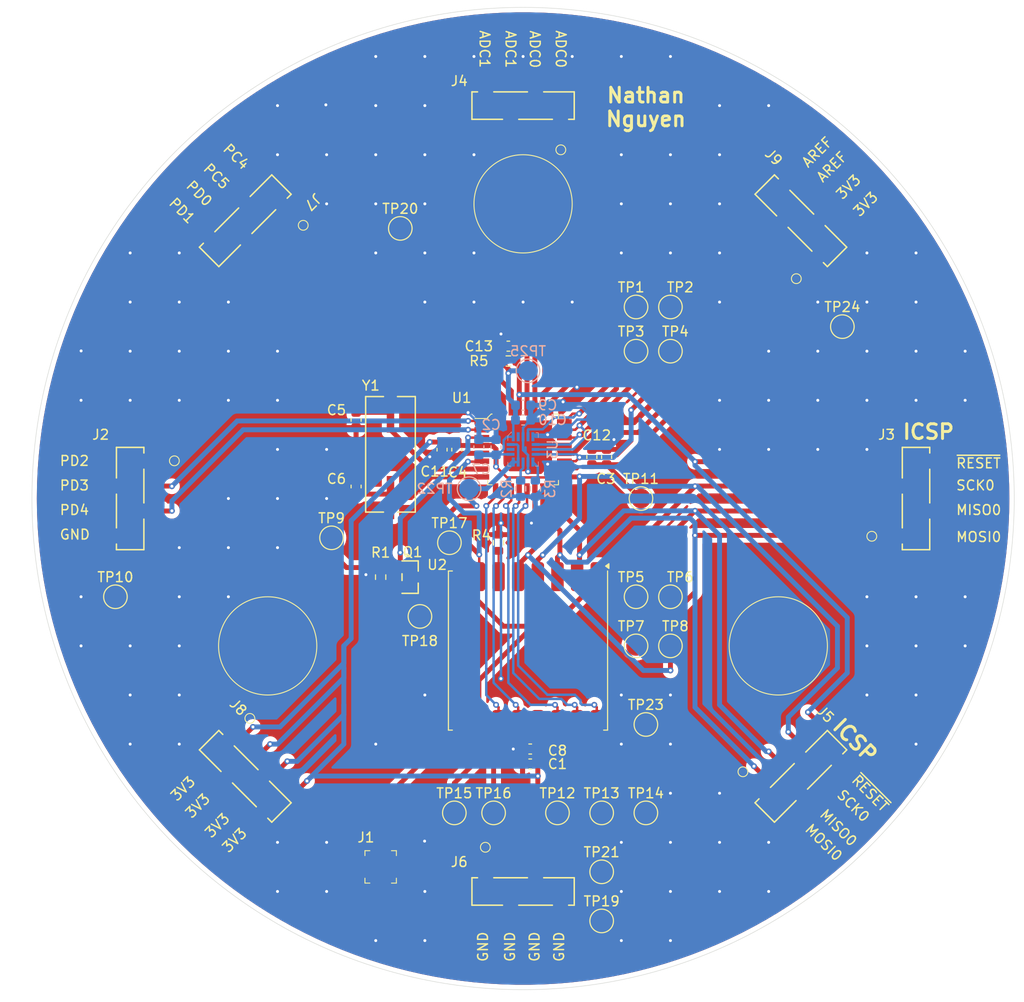
<source format=kicad_pcb>
(kicad_pcb (version 20240108) (generator "pcbnew") (generator_version "8.0")
  (title_block (title "Processing Board") (date "2025-03-04") (rev "V1.0"))
  (layers (0 "F.Cu" signal) (31 "B.Cu" signal) (34 "B.Paste" user) (35 "F.Paste" user) (36 "B.SilkS" user "B.Silkscreen") (37 "F.SilkS" user "F.Silkscreen") (38 "B.Mask" user) (39 "F.Mask" user) (44 "Edge.Cuts" user))
  (net 0 "")
  (net 1 "GND")
  (net 2 "+3V3")
  (net 3 "Net-(U1-PB6)")
  (net 4 "Net-(U1-PB7)")
  (net 5 "Net-(U2-ANT)")
  (net 6 "/DEVICE_PWR")
  (net 7 "/DEVICE_SW")
  (net 8 "Net-(U3-INT1)")
  (net 9 "Net-(U3-INT2)")
  (net 10 "Net-(U2-RESET)")
  (net 11 "/MOSI1")
  (net 12 "/PC5")
  (net 13 "/PD4")
  (net 14 "/D5")
  (net 15 "/MISO0")
  (net 16 "/PD3")
  (net 17 "/~{RESET}")
  (net 18 "/MOSI0")
  (net 19 "/D3")
  (net 20 "/ADC1")
  (net 21 "/SCK0")
  (net 22 "/PC4")
  (net 23 "/PD0")
  (net 24 "/D1")
  (net 25 "/D4")
  (net 26 "/D2")
  (net 27 "/D0")
  (net 28 "/PD2")
  (net 29 "/MISO1")
  (net 30 "/ADC0")
  (net 31 "/AREF")
  (net 32 "/SCK1")
  (net 33 "/~{SS1}")
  (net 34 "/~{SS0}")
  (net 37 "/PD1")
  (footprint "61000418221:61000418221_WRE" (layer "F.Cu") (at 178.28 128.28 45)
    (property "Reference" "J5")
    (property "Value" "61000418221")
  )
  (footprint "61000418221:61000418221_WRE" (layer "F.Cu") (at 121.72 128.28 -45)
    (property "Reference" "J8")
    (property "Value" "61000418221")
  )
  (footprint "Resistor_SMD:R_0603_1608Metric" (layer "F.Cu") (at 135.5 108 -90)
    (property "Reference" "R1")
    (property "Value" "10k")
  )
  (footprint "TestPoint:TestPoint_Pad_D2.0mm" (layer "F.Cu") (at 153.5 132)
    (property "Reference" "TP12")
    (property "Value" "TestPoint")
  )
  (footprint "TestPoint:TestPoint_Pad_D2.0mm" (layer "F.Cu") (at 161.5 110)
    (property "Reference" "TP5")
    (property "Value" "TestPoint")
  )
  (footprint "Capacitor_SMD:C_0603_1608Metric" (layer "F.Cu") (at 158.5 95.775 90)
    (property "Reference" "C3")
    (property "Value" "10uF")
  )
  (footprint "Capacitor_SMD:C_0603_1608Metric" (layer "F.Cu") (at 150.725 127.025)
    (property "Reference" "C1")
    (property "Value" "10uF")
  )
  (footprint "Capacitor_SMD:C_0603_1608Metric" (layer "F.Cu") (at 133 98.775 -90)
    (property "Reference" "C6")
    (property "Value" "30pF")
  )
  (footprint "Capacitor_SMD:C_0603_1608Metric" (layer "F.Cu") (at 148.5 84.49 180)
    (property "Reference" "C13")
    (property "Value" "10nF")
  )
  (footprint "TestPoint:TestPoint_Pad_D2.0mm" (layer "F.Cu") (at 162.5 123)
    (property "Reference" "TP23")
    (property "Value" "TestPoint")
  )
  (footprint "TestPoint:TestPoint_Pad_D2.0mm" (layer "F.Cu") (at 147 132)
    (property "Reference" "TP16")
    (property "Value" "TestPoint")
  )
  (footprint "61000418221:61000418221_WRE" (layer "F.Cu") (at 150 140)
    (property "Reference" "J6")
    (property "Value" "61000418221")
  )
  (footprint "Capacitor_SMD:C_0603_1608Metric" (layer "F.Cu") (at 143.25 95.025 -90)
    (property "Reference" "C4")
    (property "Value" "10nF")
  )
  (footprint "Resistor_SMD:R_0603_1608Metric" (layer "F.Cu") (at 148.5 86)
    (property "Reference" "R5")
    (property "Value" "10k")
  )
  (footprint "TestPoint:TestPoint_Pad_D2.0mm" (layer "F.Cu") (at 161.5 85)
    (property "Reference" "TP3")
    (property "Value" "TestPoint")
  )
  (footprint "TestPoint:TestPoint_Pad_D2.0mm" (layer "F.Cu") (at 142.5 104.5)
    (property "Reference" "TP17")
    (property "Value" "TestPoint")
  )
  (footprint "RF_Module:HOPERF_RFM9XW_SMD" (layer "F.Cu") (at 150.5 115.475 -90)
    (property "Reference" "U2")
    (property "Value" "RFM95W-915S2")
  )
  (footprint "Capacitor_SMD:C_0603_1608Metric" (layer "F.Cu") (at 133 92 90)
    (property "Reference" "C5")
    (property "Value" "30pF")
  )
  (footprint "TestPoint:TestPoint_Pad_D2.0mm" (layer "F.Cu") (at 165 110)
    (property "Reference" "TP6")
    (property "Value" "TestPoint")
  )
  (footprint "TestPoint:TestPoint_Pad_D2.0mm" (layer "F.Cu") (at 158 143)
    (property "Reference" "TP19")
    (property "Value" "TestPoint")
  )
  (footprint "Capacitor_SMD:C_0603_1608Metric" (layer "F.Cu") (at 141.75 95.025 -90)
    (property "Reference" "C11")
    (property "Value" "10uF")
  )
  (footprint "Capacitor_SMD:C_0603_1608Metric" (layer "F.Cu") (at 150.725 125.5)
    (property "Reference" "C8")
    (property "Value" "10nF")
  )
  (footprint "TestPoint:TestPoint_Pad_D2.0mm" (layer "F.Cu") (at 139.5 112)
    (property "Reference" "TP18")
    (property "Value" "TestPoint")
  )
  (footprint "TestPoint:TestPoint_Pad_D2.0mm" (layer "F.Cu") (at 162 100)
    (property "Reference" "TP11")
    (property "Value" "TestPoint")
  )
  (footprint "TestPoint:TestPoint_Pad_D2.0mm" (layer "F.Cu") (at 182.5 82.5)
    (property "Reference" "TP24")
    (property "Value" "TestPoint")
  )
  (footprint "61000418221:61000418221_WRE" (layer "F.Cu") (at 110 100 -90)
    (property "Reference" "J2")
    (property "Value" "61000418221")
  )
  (footprint "TestPoint:TestPoint_Pad_D2.0mm" (layer "F.Cu") (at 143 132)
    (property "Reference" "TP15")
    (property "Value" "TestPoint")
  )
  (footprint "TestPoint:TestPoint_Pad_D2.0mm" (layer "F.Cu") (at 158 132)
    (property "Reference" "TP13")
    (property "Value" "TestPoint")
  )
  (footprint "digikey-footprints:TQFP-32_7x7mm" (layer "F.Cu") (at 150 95)
    (property "Reference" "U1")
    (property "Value" "ATMEGA328PB-AU")
  )
  (footprint "TestPoint:TestPoint_Pad_D2.0mm" (layer "F.Cu") (at 165 85)
    (property "Reference" "TP4")
    (property "Value" "TestPoint")
  )
  (footprint "TestPoint:TestPoint_Pad_D2.0mm" (layer "F.Cu") (at 165 80.5)
    (property "Reference" "TP2")
    (property "Value" "TestPoint")
  )
  (footprint "digikey-footprints:Coax_Conn_U.FL" (layer "F.Cu") (at 135.5 137.5 180)
    (property "Reference" "J1")
    (property "Value" "U_FL-R-SMT_10_")
  )
  (footprint "61000418221:61000418221_WRE" (layer "F.Cu") (at 178.28 71.72 135)
    (property "Reference" "J9")
    (property "Value" "61000418221")
  )
  (footprint "ECS_80_18_5PX_TR:CRYSTAL_ECS-80-18-5PX-TR_ECS" (layer "F.Cu") (at 136.5 95.5 -90)
    (property "Reference" "Y1")
    (property "Value" "ECS" (hide yes))
  )
  (footprint "TestPoint:TestPoint_Pad_D2.0mm" (layer "F.Cu") (at 161.5 115)
    (property "Reference" "TP7")
    (property "Value" "TestPoint")
  )
  (footprint "61000418221:61000418221_WRE" (layer "F.Cu") (at 121.72 71.72 -135)
    (property "Reference" "J7")
    (property "Value" "61000418221")
  )
  (footprint "TestPoint:TestPoint_Pad_D2.0mm" (layer "F.Cu") (at 130.5 104)
    (property "Reference" "TP9")
    (property "Value" "TestPoint")
  )
  (footprint "TestPoint:TestPoint_Pad_D2.0mm" (layer "F.Cu") (at 161.5 80.5)
    (property "Reference" "TP1")
    (property "Value" "TestPoint")
  )
  (footprint "Resistor_SMD:R_0603_1608Metric" (layer "F.Cu") (at 147.5 104.5 90)
    (property "Reference" "R4")
    (property "Value" "0")
  )
  (footprint "61000418221:61000418221_WRE" (layer "F.Cu") (at 190 100 90)
    (property "Reference" "J3")
    (property "Value" "61000418221")
  )
  (footprint "TestPoint:TestPoint_Pad_D2.0mm" (layer "F.Cu") (at 162.5 132)
    (property "Reference" "TP14")
    (property "Value" "TestPoint")
  )
  (footprint "TestPoint:TestPoint_Pad_D2.0mm" (layer "F.Cu") (at 158 138)
    (property "Reference" "TP21")
    (property "Value" "TestPoint")
  )
  (footprint "TestPoint:TestPoint_Pad_D2.0mm" (layer "F.Cu") (at 108.5 110)
    (property "Reference" "TP10")
    (property "Value" "TestPoint")
  )
  (footprint "Capacitor_SMD:C_0603_1608Metric" (layer "F.Cu") (at 157 95.775 90)
    (property "Reference" "C12")
    (property "Value" "10nF")
  )
  (footprint "TestPoint:TestPoint_Pad_D2.0mm" (layer "F.Cu") (at 137.5 72.5)
    (property "Reference" "TP20")
    (property "Value" "TestPoint")
  )
  (footprint "TestPoint:TestPoint_Pad_D2.0mm" (layer "F.Cu") (at 165 115)
    (property "Reference" "TP8")
    (property "Value" "TestPoint")
  )
  (footprint "61000418221:61000418221_WRE" (layer "F.Cu") (at 150 60 180)
    (property "Reference" "J4")
    (property "Value" "61000418221")
  )
  (footprint "BSS138:SOT-23_3L_ONS" (layer "F.Cu") (at 138.5 108 -90)
    (property "Reference" "Q1")
    (property "Value" "BSS138")
  )
  (footprint "TestPoint:TestPoint_Pad_D2.0mm" (layer "B.Cu") (at 144.5 99 180)
    (property "Reference" "TP22")
    (property "Value" "TestPoint")
  )
  (footprint "TestPoint:TestPoint_Pad_D2.0mm" (layer "B.Cu") (at 150.5 87 180)
    (property "Reference" "TP25")
    (property "Value" "TestPoint")
  )
  (footprint "digikey-footprints:TFLGA-16_3x3.25mm" (layer "B.Cu") (at 150 95 -90)
    (property "Reference" "U3")
    (property "Value" "ADXL362BCCZ-RL7")
  )
  (footprint "Capacitor_SMD:C_0603_1608Metric" (layer "B.Cu") (at 145.5 94.775 -90)
    (property "Reference" "C7")
    (property "Value" "10uF")
  )
  (footprint "Resistor_SMD:R_0603_1608Metric" (layer "B.Cu") (at 149.75 99 -90)
    (property "Reference" "R2")
    (property "Value" "0")
  )
  (footprint "Capacitor_SMD:C_0603_1608Metric" (layer "B.Cu") (at 150 92 180)
    (property "Reference" "C10")
    (property "Value" "10nF")
  )
  (footprint "Capacitor_SMD:C_0603_1608Metric" (layer "B.Cu") (at 150 90.5 180)
    (property "Reference" "C9")
    (property "Value" "10uF")
  )
  (footprint "Resistor_SMD:R_0603_1608Metric" (layer "B.Cu") (at 151.25 99 -90)
    (property "Reference" "R3")
    (property "Value" "0")
  )
  (footprint "Capacitor_SMD:C_0603_1608Metric" (layer "B.Cu") (at 147.25 94.775 -90)
    (property "Reference" "C2")
    (property "Value" "10nF")
  )
  (gr_circle (center 124 115) (end 129 115) (stroke (width 0.1)) (fill none) (layer "F.SilkS"))
  (gr_circle (center 150 70) (end 155 70) (stroke (width 0.1)) (fill none) (layer "F.SilkS"))
  (gr_circle (center 175.98 115) (end 180.98 115) (stroke (width 0.1)) (fill none) (layer "F.SilkS"))
  (gr_circle (center 150 100) (end 200 100) (stroke (width 0.05)) (fill none) (layer "Edge.Cuts"))
  (gr_text "ADC0\n" (at 150.609967 52.265634 270) (layer "F.SilkS") (effects (font (size 1 1)) (justify left bottom)))
  (gr_text "GND" (at 146.5 147.25 90) (layer "F.SilkS") (effects (font (size 1 1)) (justify left bottom)))
  (gr_text "PC4" (at 119.25 64.5 315) (layer "F.SilkS") (effects (font (size 1 1)) (justify left bottom)))
  (gr_text "AREF" (at 179 66.5 45) (layer "F.SilkS") (effects (font (size 1 1)) (justify left bottom)))
  (gr_text "PD2" (at 102.75 96.75 0) (layer "F.SilkS") (effects (font (size 1 1)) (justify left bottom)))
  (gr_text "GND" (at 151.75 147.25 90) (layer "F.SilkS") (effects (font (size 1 1)) (justify left bottom)))
  (gr_text "3V3" (at 118.25 134.75 45) (layer "F.SilkS") (effects (font (size 1 1)) (justify left bottom)))
  (gr_text "MISO0" (at 180 132.25 315) (layer "F.SilkS") (effects (font (size 1 1)) (justify left bottom)))
  (gr_text "PD3" (at 102.75 99.25 0) (layer "F.SilkS") (effects (font (size 1 1)) (justify left bottom)))
  (gr_text "~{RESET}" (at 194 97 0) (layer "F.SilkS") (effects (font (size 1 1)) (justify left bottom)))
  (gr_text "3V3" (at 116.25 132.75 45) (layer "F.SilkS") (effects (font (size 1 1)) (justify left bottom)))
  (gr_text "AREF" (at 180.5 68 45) (layer "F.SilkS") (effects (font (size 1 1)) (justify left bottom)))
  (gr_text "ADC1" (at 148.142726 52.265634 270) (layer "F.SilkS") (effects (font (size 1 1)) (justify left bottom)))
  (gr_text "GND" (at 149.25 147.25 90) (layer "F.SilkS") (effects (font (size 1 1)) (justify left bottom)))
  (gr_text "3V3" (at 120 136.25 45) (layer "F.SilkS") (effects (font (size 1 1)) (justify left bottom)))
  (gr_text "ICSP\n\n" (at 188.5 96.5 0) (layer "F.SilkS") (effects (font (size 1.5 1.5) (thickness 0.3) (bold yes)) (justify left bottom)))
  (gr_text "Nathan\nNguyen" (at 162.5 62.25 0) (layer "F.SilkS") (effects (font (size 1.5 1.5) (thickness 0.3) (bold yes)) (justify bottom)))
  (gr_text "GND" (at 102.75 104.25 0) (layer "F.SilkS") (effects (font (size 1 1)) (justify left bottom)))
  (gr_text "PD1" (at 113.75 70 315) (layer "F.SilkS") (effects (font (size 1 1)) (justify left bottom)))
  (gr_text "ADC0\n" (at 153.25 52.25 270) (layer "F.SilkS") (effects (font (size 1 1)) (justify left bottom)))
  (gr_text "GND" (at 154.25 147.25 90) (layer "F.SilkS") (effects (font (size 1 1)) (justify left bottom)))
  (gr_text "MISO0" (at 194 101.75 0) (layer "F.SilkS") (effects (font (size 1 1)) (justify left bottom)))
  (gr_text "SCK0" (at 194 99.25 0) (layer "F.SilkS") (effects (font (size 1 1)) (justify left bottom)))
  (gr_text "MOSI0" (at 194 104.5 0) (layer "F.SilkS") (effects (font (size 1 1)) (justify left bottom)))
  (gr_text "3V3" (at 114.75 131 45) (layer "F.SilkS") (effects (font (size 1 1)) (justify left bottom)))
  (gr_text "ICSP\n\n" (at 179.5 125 315) (layer "F.SilkS") (effects (font (size 1.5 1.5) (thickness 0.3) (bold yes)) (justify left bottom)))
  (gr_text "PD0" (at 115.5 68.25 315) (layer "F.SilkS") (effects (font (size 1 1)) (justify left bottom)))
  (gr_text "SCK0" (at 181.75 130.25 315) (layer "F.SilkS") (effects (font (size 1 1)) (justify left bottom)))
  (gr_text "3V3" (at 182.5 69.75 45) (layer "F.SilkS") (effects (font (size 1 1)) (justify left bottom)))
  (gr_text "PC5" (at 117.25 66.5 315) (layer "F.SilkS") (effects (font (size 1 1)) (justify left bottom)))
  (gr_text "PD4" (at 102.75 101.75 0) (layer "F.SilkS") (effects (font (size 1 1)) (justify left bottom)))
  (gr_text "MOSI0" (at 178.5 133.75 315) (layer "F.SilkS") (effects (font (size 1 1)) (justify left bottom)))
  (gr_text "~{RESET}" (at 183.25 128.75 315) (layer "F.SilkS") (effects (font (size 1 1)) (justify left bottom)))
  (gr_text "3V3" (at 184.25 71.5 45) (layer "F.SilkS") (effects (font (size 1 1)) (justify left bottom)))
  (gr_text "ADC1" (at 145.5 52.25 270) (layer "F.SilkS") (effects (font (size 1 1)) (justify left bottom)))
  (segment (start 135.5 108.825) (end 132.205 108.825) (width 0.5) (layer "F.Cu") (net 1))
  (segment (start 137.4586 108.9525) (end 135.6275 108.9525) (width 0.5) (layer "F.Cu") (net 1))
  (segment (start 149.95 127.025) (end 149.95 125.5) (width 0.5) (layer "F.Cu") (net 1))
  (segment (start 139.775 93.725) (end 142.25 91.25) (width 0.5) (layer "F.Cu") (net 1))
  (segment (start 108.498601 103.81) (end 127.19 103.81) (width 0.5) (layer "F.Cu") (net 1))
  (segment (start 145.191399 137.5) (end 146.19 138.498601) (width 0.5) (layer "F.Cu") (net 1))
  (segment (start 143.65 95.4) (end 143.25 95.8) (width 0.5) (layer "F.Cu") (net 1))
  (segment (start 140.5 95.75) (end 139.775 95.025) (width 0.5) (layer "F.Cu") (net 1))
  (segment (start 139.775 95.025) (end 139.775 93.725) (width 0.5) (layer "F.Cu") (net 1))
  (segment (start 158 143) (end 155.308601 143) (width 0.5) (layer "F.Cu") (net 1))
  (segment (start 134 107.75) (end 134.425 107.75) (width 0.5) (layer "F.Cu") (net 1))
  (segment (start 127.19 103.81) (end 133 98) (width 0.5) (layer "F.Cu") (net 1))
  (segment (start 149.95 125.5) (end 149 125.5) (width 0.5) (layer "F.Cu") (net 1))
  (segment (start 150.85 102.5) (end 147.75 102.5) (width 0.25) (layer "F.Cu") (net 1))
  (segment (start 108.5 110) (end 108.5 103.811399) (width 0.5) (layer "F.Cu") (net 1))
  (segment (start 154.069211 90.076761) (end 155.480914 88.665058) (width 0.5) (layer "F.Cu") (net 1))
  (segment (start 143.25 95.8) (end 141.75 95.8) (width 0.5) (layer "F.Cu") (net 1))
  (segment (start 141.7 95.75) (end 141.75 95.8) (width 0.5) (layer "F.Cu") (net 1))
  (segment (start 136.975 137.5) (end 145.191399 137.5) (width 0.5) (layer "F.Cu") (net 1))
  (segment (start 134.025 137.5) (end 136.975 137.5) (width 0.5) (layer "F.Cu") (net 1))
  (segment (start 132.205 108.825) (end 127.19 103.81) (width 0.5) (layer "F.Cu") (net 1))
  (segment (start 147.5 102.75) (end 147.75 102.5) (width 0.25) (layer "F.Cu") (net 1))
  (segment (start 108.5 103.811399) (end 108.498601 103.81) (width 0.5) (layer "F.Cu") (net 1))
  (segment (start 148.73 141.501399) (end 148.73 141.038601) (width 0.5) (layer "F.Cu") (net 1))
  (segment (start 148.73 141.038601) (end 146.19 138.498601) (width 0.5) (layer "F.Cu") (net 1))
  (segment (start 151.27 138.961399) (end 153.81 141.501399) (width 0.5) (layer "F.Cu") (net 1))
  (segment (start 140.5 95.75) (end 141.7 95.75) (width 0.5) (layer "F.Cu") (net 1))
  (segment (start 145.8 95.4) (end 143.65 95.4) (width 0.5) (layer "F.Cu") (net 1))
  (segment (start 154.069211 90.154572) (end 154.069211 90.076761) (width 0.5) (layer "F.Cu") (net 1))
  (segment (start 135.6275 108.9525) (end 135.5 108.825) (width 0.5) (layer "F.Cu") (net 1))
  (segment (start 149.95 132.741399) (end 145.191399 137.5) (width 0.5) (layer "F.Cu") (net 1))
  (segment (start 159.25 94) (end 158.5 94.75) (width 0.25) (layer "F.Cu") (net 1))
  (segment (start 150.5 97.25) (end 151.75 97.25) (width 0.5) (layer "F.Cu") (net 1))
  (segment (start 133 92.775) (end 133 98) (width 0.5) (layer "F.Cu") (net 1))
  (segment (start 151.75 97.25) (end 152.5 96.5) (width 0.5) (layer "F.Cu") (net 1))
  (segment (start 148.73 141.038601) (end 151.27 138.498601) (width 0.5) (layer "F.Cu") (net 1))
  (segment (start 151.27 138.498601) (end 151.27 138.961399) (width 0.5) (layer "F.Cu") (net 1))
  (segment (start 142.25 91.25) (end 144.4 91.25) (width 0.5) (layer "F.Cu") (net 1))
  (segment (start 147.725 83.275) (end 147.725 84.49) (width 0.25) (layer "F.Cu") (net 1))
  (segment (start 134.425 107.75) (end 135.5 108.825) (width 0.5) (layer "F.Cu") (net 1))
  (segment (start 158.5 94.75) (end 158.5 95) (width 0.25) (layer "F.Cu") (net 1))
  (segment (start 153.15 94.6) (end 154.2 94.6) (width 0.5) (layer "F.Cu") (net 1))
  (segment (start 147.5 103.675) (end 147.5 102.75) (width 0.25) (layer "F.Cu") (net 1))
  (segment (start 149.95 127.025) (end 149.95 132.741399) (width 0.5) (layer "F.Cu") (net 1))
  (segment (start 155.308601 143) (end 153.81 141.501399) (width 0.5) (layer "F.Cu") (net 1))
  (segment (start 152.5 93.5) (end 153.15 94.15) (width 0.25) (layer "F.Cu") (net 1))
  (segment (start 147.75 83.25) (end 147.725 83.275) (width 0.25) (layer "F.Cu") (net 1))
  (segment (start 158.5 95) (end 157 95) (width 0.25) (layer "F.Cu") (net 1))
  (segment (start 153.15 94.15) (end 153.15 94.6) (width 0.25) (layer "F.Cu") (net 1))
  (segment (start 150.5 97.25) (end 153.15 94.6) (width 0.5) (layer "F.Cu") (net 1))
  (via (at 105 115) (size 0.6) (drill 0.3) (layers "F.Cu" "B.Cu") (net 1))
  (via (at 170 70) (size 0.6) (drill 0.3) (layers "F.Cu" "B.Cu") (net 1))
  (via (at 120 110) (size 0.6) (drill 0.3) (layers "F.Cu" "B.Cu") (net 1))
  (via (at 165 65) (size 0.6) (drill 0.3) (layers "F.Cu" "B.Cu") (net 1))
  (via (at 140 120) (size 0.6) (drill 0.3) (layers "F.Cu" "B.Cu") (net 1))
  (via (at 170 135) (size 0.6) (drill 0.3) (layers "F.Cu" "B.Cu") (net 1))
  (via (at 120 80) (size 0.6) (drill 0.3) (layers "F.Cu" "B.Cu") (net 1))
  (via (at 115 125) (size 0.6) (drill 0.3) (layers "F.Cu" "B.Cu") (net 1))
  (via (at 160 145) (size 0.6) (drill 0.3) (layers "F.Cu" "B.Cu") (net 1))
  (via (at 129.921968 59.922525) (size 0.6) (drill 0.3) (layers "F.Cu" "B.Cu") (net 1))
  (via (at 190 90) (size 0.6) (drill 0.3) (layers "F.Cu" "B.Cu") (net 1))
  (via (at 135 75) (size 0.6) (drill 0.3) (layers "F.Cu" "B.Cu") (net 1))
  (via (at 110 90) (size 0.6) (drill 0.3) (layers "F.Cu" "B.Cu") (net 1))
  (via (at 154.069211 90.154572) (size 0.6) (drill 0.3) (layers "F.Cu" "B.Cu") (net 1))
  (via (at 180 95) (size 0.6) (drill 0.3) (layers "F.Cu" "B.Cu") (net 1))
  (via (at 130 70) (size 0.6) (drill 0.3) (layers "F.Cu" "B.Cu") (net 1))
  (via (at 175 95) (size 0.6) (drill 0.3) (layers "F.Cu" "B.Cu") (net 1))
  (via (at 140 60) (size 0.6) (drill 0.3) (layers "F.Cu" "B.Cu") (net 1))
  (via (at 175 85) (size 0.6) (drill 0.3) (layers "F.Cu" "B.Cu") (net 1))
  (via (at 190 115) (size 0.6) (drill 0.3) (layers "F.Cu" "B.Cu") (net 1))
  (via (at 155.480914 88.665058) (size 0.6) (drill 0.3) (layers "F.Cu" "B.Cu") (net 1))
  (via (at 160 70) (size 0.6) (drill 0.3) (layers "F.Cu" "B.Cu") (net 1))
  (via (at 195 85) (size 0.6) (drill 0.3) (layers "F.Cu" "B.Cu") (net 1))
  (via (at 125 105) (size 0.6) (drill 0.3) (layers "F.Cu" "B.Cu") (net 1))
  (via (at 120 105) (size 0.6) (drill 0.3) (layers "F.Cu" "B.Cu") (net 1))
  (via (at 170 95) (size 0.6) (drill 0.3) (layers "F.Cu" "B.Cu") (net 1))
  (via (at 140 55) (size 0.6) (drill 0.3) (layers "F.Cu" "B.Cu") (net 1))
  (via (at 170 130) (size 0.6) (drill 0.3) (layers "F.Cu" "B.Cu") (net 1))
  (via (at 165 55) (size 0.6) (drill 0.3) (layers "F.Cu" "B.Cu") (net 1))
  (via (at 165 75) (size 0.6) (drill 0.3) (layers "F.Cu" "B.Cu") (net 1))
  (via (at 115 75) (size 0.6) (drill 0.3) (layers "F.Cu" "B.Cu") (net 1))
  (via (at 140 75) (size 0.6) (drill 0.3) (layers "F.Cu" "B.Cu") (net 1))
  (via (at 110 75) (size 0.6) (drill 0.3) (layers "F.Cu" "B.Cu") (net 1))
  (via (at 149 125.5) (size 0.6) (drill 0.3) (layers "F.Cu" "B.Cu") (net 1))
  (via (at 175 60) (size 0.6) (drill 0.3) (layers "F.Cu" "B.Cu") (net 1))
  (via (at 145 75) (size 0.6) (drill 0.3) (layers "F.Cu" "B.Cu") (net 1))
  (via (at 140 145) (size 0.6) (drill 0.3) (layers "F.Cu" "B.Cu") (net 1))
  (via (at 125 90) (size 0.6) (drill 0.3) (layers "F.Cu" "B.Cu") (net 1))
  (via (at 135 70) (size 0.6) (drill 0.3) (layers "F.Cu" "B.Cu") (net 1))
  (via (at 115 85) (size 0.6) (drill 0.3) (layers "F.Cu" "B.Cu") (net 1))
  (via (at 190 80) (size 0.6) (drill 0.3) (layers "F.Cu" "B.Cu") (net 1))
  (via (at 152.5 93.5) (size 0.6) (drill 0.3) (layers "F.Cu" "B.Cu") (net 1))
  (via (at 120 90) (size 0.6) (drill 0.3) (layers "F.Cu" "B.Cu") (net 1))
  (via (at 185 80) (size 0.6) (drill 0.3) (layers "F.Cu" "B.Cu") (net 1))
  (via (at 165 130) (size 0.6) (drill 0.3) (layers "F.Cu" "B.Cu") (net 1))
  (via (at 120 85) (size 0.6) (drill 0.3) (layers "F.Cu" "B.Cu") (net 1))
  (via (at 165 125) (size 0.6) (drill 0.3) (layers "F.Cu" "B.Cu") (net 1))
  (via (at 190 110) (size 0.6) (drill 0.3) (layers "F.Cu" "B.Cu") (net 1))
  (via (at 115 80) (size 0.6) (drill 0.3) (layers "F.Cu" "B.Cu") (net 1))
  (via (at 170 75) (size 0.6) (drill 0.3) (layers "F.Cu" "B.Cu") (net 1))
  (via (at 190 85) (size 0.6) (drill 0.3) (layers "F.Cu" "B.Cu") (net 1))
  (via (at 170 90) (size 0.6) (drill 0.3) (layers "F.Cu" "B.Cu") (net 1))
  (via (at 170 65) (size 0.6) (drill 0.3) (layers "F.Cu" "B.Cu") (net 1))
  (via (at 185 120) (size 0.6) (drill 0.3) (layers "F.Cu" "B.Cu") (net 1))
  (via (at 134 107.75) (size 0.6) (drill 0.3) (layers "F.Cu" "B.Cu") (net 1))
  (via (at 135 65) (size 0.6) (drill 0.3) (layers "F.Cu" "B.Cu") (net 1))
  (via (at 147.75 83.25) (size 0.6) (drill 0.3) (layers "F.Cu" "B.Cu") (net 1))
  (via (at 145 65) (size 0.6) (drill 0.3) (layers "F.Cu" "B.Cu") (net 1))
  (via (at 125 140) (size 0.6) (drill 0.3) (layers "F.Cu" "B.Cu") (net 1))
  (via (at 105 110) (size 0.6) (drill 0.3) (layers "F.Cu" "B.Cu") (net 1))
  (via (at 170 80) (size 0.6) (drill 0.3) (layers "F.Cu" "B.Cu") (net 1))
  (via (at 195 115) (size 0.6) (drill 0.3) (layers "F.Cu" "B.Cu") (net 1))
  (via (at 120 100) (size 0.6) (drill 0.3) (layers "F.Cu" "B.Cu") (net 1))
  (via (at 140 70) (size 0.6) (drill 0.3) (layers "F.Cu" "B.Cu") (net 1))
  (via (at 150.5 97.25) (size 0.6) (drill 0.3) (layers "F.Cu" "B.Cu") (net 1))
  (via (at 125 85) (size 0.6) (drill 0.3) (layers "F.Cu" "B.Cu") (net 1))
  (via (at 125 60) (size 0.6) (drill 0.3) (layers "F.Cu" "B.Cu") (net 1))
  (via (at 140.5 95.75) (size 0.6) (drill 0.3) (layers "F.Cu" "B.Cu") (net 1))
  (via (at 165 140) (size 0.6) (drill 0.3) (layers "F.Cu" "B.Cu") (net 1))
  (via (at 130 95) (size 0.6) (drill 0.3) (layers "F.Cu" "B.Cu") (net 1))
  (via (at 175 140) (size 0.6) (drill 0.3) (layers "F.Cu" "B.Cu") (net 1))
  (via (at 135 55) (size 0.6) (drill 0.3) (layers "F.Cu" "B.Cu") (net 1))
  (via (at 159.25 94) (size 0.6) (drill 0.3) (layers "F.Cu" "B.Cu") (net 1))
  (via (at 165 120) (size 0.6) (drill 0.3) (layers "F.Cu" "B.Cu") (net 1))
  (via (at 115 90) (size 0.6) (drill 0.3) (layers "F.Cu" "B.Cu") (net 1))
  (via (at 150 55) (size 0.6) (drill 0.3) (layers "F.Cu" "B.Cu") (net 1))
  (via (at 115 105) (size 0.6) (drill 0.3) (layers "F.Cu" "B.Cu") (net 1))
  (via (at 145 80) (size 0.6) (drill 0.3) (layers "F.Cu" "B.Cu") (net 1))
  (via (at 185 115) (size 0.6) (drill 0.3) (layers "F.Cu" "B.Cu") (net 1))
  (via (at 160 135) (size 0.6) (drill 0.3) (layers "F.Cu" "B.Cu") (net 1))
  (via (at 135 60) (size 0.6) (drill 0.3) (layers "F.Cu" "B.Cu") (net 1))
  (via (at 135 145) (size 0.6) (drill 0.3) (layers "F.Cu" "B.Cu") (net 1))
  (via (at 195 110) (size 0.6) (drill 0.3) (layers "F.Cu" "B.Cu") (net 1))
  (via (at 130 135) (size 0.6) (drill 0.3) (layers "F.Cu" "B.Cu") (net 1))
  (via (at 125 65) (size 0.6) (drill 0.3) (layers "F.Cu" "B.Cu") (net 1))
  (via (at 165 135) (size 0.6) (drill 0.3) (layers "F.Cu" "B.Cu") (net 1))
  (via (at 155 80) (size 0.6) (drill 0.3) (layers "F.Cu" "B.Cu") (net 1))
  (via (at 110 120) (size 0.6) (drill 0.3) (layers "F.Cu" "B.Cu") (net 1))
  (via (at 160 125) (size 0.6) (drill 0.3) (layers "F.Cu" "B.Cu") (net 1))
  (via (at 105.007321 84.971227) (size 0.6) (drill 0.3) (layers "F.Cu" "B.Cu") (net 1))
  (via (at 180 80) (size 0.6) (drill 0.3) (layers "F.Cu" "B.Cu") (net 1))
  (via (at 147.744337 118.333682) (size 0.6) (drill 0.3) (layers "F.Cu" "B.Cu") (net 1))
  (via (at 180 85) (size 0.6) (drill 0.3) (layers "F.Cu" "B.Cu") (net 1))
  (via (at 125 135) (size 0.6) (drill 0.3) (layers "F.Cu" "B.Cu") (net 1))
  (via (at 185 75) (size 0.6) (drill 0.3) (layers "F.Cu" "B.Cu") (net 1))
  (via (at 144.4 91.25) (size 0.6) (drill 0.3) (layers "F.Cu" "B.Cu") (net 1))
  (via (at 160 120) (size 0.6) (drill 0.3) (layers "F.Cu" "B.Cu") (net 1))
  (via (at 190 120) (size 0.6) (drill 0.3) (layers "F.Cu" "B.Cu") (net 1))
  (via (at 125 100) (size 0.6) (drill 0.3) (layers "F.Cu" "B.Cu") (net 1))
  (via (at 170 60) (size 0.6) (drill 0.3) (layers "F.Cu" "B.Cu") (net 1))
  (via (at 180 90) (size 0.6) (drill 0.3) (layers "F.Cu" "B.Cu") (net 1))
  (via (at 110 115) (size 0.6) (drill 0.3) (layers "F.Cu" "B.Cu") (net 1))
  (via (at 115 110) (size 0.6) (drill 0.3) (layers "F.Cu" "B.Cu") (net 1))
  (via (at 190 125) (size 0.6) (drill 0.3) (layers "F.Cu" "B.Cu") (net 1))
  (via (at 147.75 102.5) (size 0.6) (drill 0.3) (layers "F.Cu" "B.Cu") (net 1))
  (via (at 135 125) (size 0.6) (drill 0.3) (layers "F.Cu" "B.Cu") (net 1))
  (via (at 165 145) (size 0.6) (drill 0.3) (layers "F.Cu" "B.Cu") (net 1))
  (via (at 160 75) (size 0.6) (drill 0.3) (layers "F.Cu" "B.Cu") (net 1))
  (via (at 170 140) (size 0.6) (drill 0.3) (layers "F.Cu" "B.Cu") (net 1))
  (via (at 155 55) (size 0.6) (drill 0.3) (layers "F.Cu" "B.Cu") (net 1))
  (via (at 175 90) (size 0.6) (drill 0.3) (layers "F.Cu" "B.Cu") (net 1))
  (via (at 160 140) (size 0.6) (drill 0.3) (layers "F.Cu" "B.Cu") (net 1))
  (via (at 150.85 102.5) (size 0.6) (drill 0.3) (layers "F.Cu" "B.Cu") (net 1))
  (via (at 175 135) (size 0.6) (drill 0.3) (layers "F.Cu" "B.Cu") (net 1))
  (via (at 190 75) (size 0.6) (drill 0.3) (layers "F.Cu" "B.Cu") (net 1))
  (via (at 150 80) (size 0.6) (drill 0.3) (layers "F.Cu" "B.Cu") (net 1))
  (via (at 110 85) (size 0.6) (drill 0.3) (layers "F.Cu" "B.Cu") (net 1))
  (via (at 110 125) (size 0.6) (drill 0.3) (layers "F.Cu" "B.Cu") (net 1))
  (via (at 165 70) (size 0.6) (drill 0.3) (layers "F.Cu" "B.Cu") (net 1))
  (via (at 105 90) (size 0.6) (drill 0.3) (layers "F.Cu" "B.Cu") (net 1))
  (via (at 160 55) (size 0.6) (drill 0.3) (layers "F.Cu" "B.Cu") (net 1))
  (via (at 145 55) (size 0.6) (drill 0.3) (layers "F.Cu" "B.Cu") (net 1))
  (via (at 115 120) (size 0.6) (drill 0.3) (layers "F.Cu" "B.Cu") (net 1))
  (via (at 110 80) (size 0.6) (drill 0.3) (layers "F.Cu" "B.Cu") (net 1))
  (via (at 140 65) (size 0.6) (drill 0.3) (layers "F.Cu" "B.Cu") (net 1))
  (via (at 139.974225 134.875449) (size 0.6) (drill 0.3) (layers "F.Cu" "B.Cu") (net 1))
  (via (at 115 115) (size 0.6) (drill 0.3) (layers "F.Cu" "B.Cu") (net 1))
  (via (at 152.5 96.5) (size 0.6) (drill 0.3) (layers "F.Cu" "B.Cu") (net 1))
  (via (at 125 95) (size 0.6) (drill 0.3) (layers "F.Cu" "B.Cu") (net 1))
  (via (at 185 85) (size 0.6) (drill 0.3) (layers "F.Cu" "B.Cu") (net 1))
  (via (at 185 95) (size 0.6) (drill 0.3) (layers "F.Cu" "B.Cu") (net 1))
  (via (at 185 110) (size 0.6) (drill 0.3) (layers "F.Cu" "B.Cu") (net 1))
  (via (at 130 65) (size 0.6) (drill 0.3) (layers "F.Cu" "B.Cu") (net 1))
  (via (at 140 140) (size 0.6) (drill 0.3) (layers "F.Cu" "B.Cu") (net 1))
  (via (at 130 100) (size 0.6) (drill 0.3) (layers "F.Cu" "B.Cu") (net 1))
  (via (at 160 65) (size 0.6) (drill 0.3) (layers "F.Cu" "B.Cu") (net 1))
  (via (at 195 90) (size 0.6) (drill 0.3) (layers "F.Cu" "B.Cu") (net 1))
  (via (at 185 90) (size 0.6) (drill 0.3) (layers "F.Cu" "B.Cu") (net 1))
  (via (at 140 80) (size 0.6) (drill 0.3) (layers "F.Cu" "B.Cu") (net 1))
  (via (at 130 140) (size 0.6) (drill 0.3) (layers "F.Cu" "B.Cu") (net 1))
  (segment (start 154.069211 90.154572) (end 152.620428 90.154572) (width 0.5) (layer "B.Cu") (net 1))
  (segment (start 159.25 94) (end 157.211766 91.961766) (width 0.25) (layer "B.Cu") (net 1))
  (segment (start 151.25 99.825) (end 149.75 99.825) (width 0.25) (layer "B.Cu") (net 1))
  (segment (start 134 102.25) (end 140.5 95.75) (width 0.5) (layer "B.Cu") (net 1))
  (segment (start 150.85 102.5) (end 150.85 102) (width 0.25) (layer "B.Cu") (net 1))
  (segment (start 147 94) (end 145.5 94) (width 0.5) (layer "B.Cu") (net 1))
  (segment (start 150.065856 83.25) (end 147.75 83.25) (width 0.5) (layer "B.Cu") (net 1))
  (segment (start 150.5 95.575) (end 150.5 96.2875) (width 0.25) (layer "B.Cu") (net 1))
  (segment (start 145.5 92.35) (end 145.5 94) (width 0.25) (layer "B.Cu") (net 1))
  (segment (start 150.85 102) (end 151.25 101.6) (width 0.25) (layer "B.Cu") (net 1))
  (segment (start 147.75 87.9) (end 147.75 83.25) (width 0.5) (layer "B.Cu") (net 1))
  (segment (start 150 93.7125) (end 150 92.775) (width 0.25) (layer "B.Cu") (net 1))
  (segment (start 144.4 91.25) (end 147.75 87.9) (width 0.5) (layer "B.Cu") (net 1))
  (segment (start 150 92.775) (end 150.775 92) (width 0.25) (layer "B.Cu") (net 1))
  (segment (start 151.2125 93.5) (end 152.5 93.5) (width 0.25) (layer "B.Cu") (net 1))
  (segment (start 150.775 92) (end 150.775 90.5) (width 0.5) (layer "B.Cu") (net 1))
  (segment (start 155.501472 91.961766) (end 153.963238 93.5) (width 0.25) (layer "B.Cu") (net 1))
  (segment (start 157.211766 91.961766) (end 155.501472 91.961766) (width 0.25) (layer "B.Cu") (net 1))
  (segment (start 159.25 94) (end 156.011766 90.761766) (width 0.25) (layer "B.Cu") (net 1))
  (segment (start 142.5 125.5) (end 134 117) (width 0.5) (layer "B.Cu") (net 1))
  (segment (start 156.011766 90.761766) (end 152.013234 90.761766) (width 0.25) (layer "B.Cu") (net 1))
  (segment (start 152.013234 90.761766) (end 150.775 92) (width 0.25) (layer "B.Cu") (net 1))
  (segment (start 134 117) (end 134 107.75) (width 0.5) (layer "B.Cu") (net 1))
  (segment (start 144.4 91.25) (end 145.5 92.35) (width 0.25) (layer "B.Cu") (net 1))
  (segment (start 150 95.075) (end 150.5 95.575) (width 0.25) (layer "B.Cu") (net 1))
  (segment (start 152.5 96.5) (end 152.5 98.575) (width 0.5) (layer "B.Cu") (net 1))
  (segment (start 151.25 101.6) (end 151.25 99.825) (width 0.25) (layer "B.Cu") (net 1))
  (segment (start 150.5 97.25) (end 150.5 96.2875) (width 0.25) (layer "B.Cu") (net 1))
  (segment (start 153.462017 90.761766) (end 152.013234 90.761766) (width 0.25) (layer "B.Cu") (net 1))
  (segment (start 150 93.7125) (end 150 95.075) (width 0.25) (layer "B.Cu") (net 1))
  (segment (start 153.963238 93.5) (end 152.5 93.5) (width 0.25) (layer "B.Cu") (net 1))
  (segment (start 134 107.75) (end 134 102.25) (width 0.5) (layer "B.Cu") (net 1))
  (segment (start 151 93.7125) (end 151.2125 93.5) (width 0.25) (layer "B.Cu") (net 1))
  (segment (start 149 125.5) (end 142.5 125.5) (width 0.5) (layer "B.Cu") (net 1))
  (segment (start 155.480914 88.665058) (end 150.065856 83.25) (width 0.5) (layer "B.Cu") (net 1))
  (segment (start 152.620428 90.154572) (end 150.775 92) (width 0.5) (layer "B.Cu") (net 1))
  (segment (start 152.5 98.575) (end 151.25 99.825) (width 0.5) (layer "B.Cu") (net 1))
  (segment (start 145.8 94.6) (end 146.875 94.6) (width 0.5) (layer "F.Cu") (net 2))
  (segment (start 120.087573 124.524274) (end 121.225726 124.524274) (width 0.5) (layer "F.Cu") (net 2))
  (segment (start 179.912427 76.587573) (end 159.95 96.55) (width 0.5) (layer "F.Cu") (net 2))
  (segment (start 148.35 97.85) (end 152.35 97.85) (width 0.25) (layer "F.Cu") (net 2))
  (segment (start 154.2 97) (end 155.5 97) (width 0.25) (layer "F.Cu") (net 2))
  (segment (start 119.760325 128.443624) (end 123.352427 128.443624) (width 0.5) (layer "F.Cu") (net 2))
  (segment (start 151.5 132.914213) (end 151.5 128.25) (width 0.5) (layer "F.Cu") (net 2))
  (segment (start 143.25 94.25) (end 141.75 94.25) (width 0.5) (layer "F.Cu") (net 2))
  (segment (start 146.875 94.6) (end 147.25 94.975) (width 0.5) (layer "F.Cu") (net 2))
  (segment (start 180.239675 71.556376) (end 180.239675 75.148478) (width 0.5) (layer "F.Cu") (net 2))
  (segment (start 120.087573 128.116376) (end 119.760325 128.443624) (width 0.5) (layer "F.Cu") (net 2))
  (segment (start 161.95 100) (end 158.5 96.55) (width 0.5) (layer "F.Cu") (net 2))
  (segment (start 123.679675 128.116376) (end 124.633624 128.116376) (width 0.5) (layer "F.Cu") (net 2))
  (segment (start 120.087573 124.524274) (end 120.087573 128.116376) (width 0.5) (layer "F.Cu") (net 2))
  (segment (start 151.5 128.25) (end 151.5 127.025) (width 0.5) (layer "F.Cu") (net 2))
  (segment (start 147.675 86) (end 148.5 86.825) (width 0.5) (layer "F.Cu") (net 2))
  (segment (start 119.760325 128.443624) (end 120.806376 128.443624) (width 0.5) (layer "F.Cu") (net 2))
  (segment (start 120.806376 128.443624) (end 124.25 125) (width 0.5) (layer "F.Cu") (net 2))
  (segment (start 147.25 94.975) (end 147.25 96.75) (width 0.5) (layer "F.Cu") (net 2))
  (segment (start 179.912427 75.475726) (end 179.912427 76.587573) (width 0.5) (layer "F.Cu") (net 2))
  (segment (start 145.8 94.6) (end 143.6 94.6) (width 0.5) (layer "F.Cu") (net 2))
  (segment (start 182.5 82.5) (end 182.5 78.063299) (width 0.5) (layer "F.Cu") (net 2))
  (segment (start 155.75 96.75) (end 156.8 96.75) (width 0.25) (layer "F.Cu") (net 2))
  (segment (start 121.225726 124.524274) (end 122.5 123.25) (width 0.5) (layer "F.Cu") (net 2))
  (segment (start 123.352427 132.035726) (end 123.352427 128.443624) (width 0.5) (layer "F.Cu") (net 2))
  (segment (start 155.5 97) (end 155.75 96.75) (width 0.25) (layer "F.Cu") (net 2))
  (segment (start 147.25 96.75) (end 148.35 97.85) (width 0.25) (layer "F.Cu") (net 2))
  (segment (start 123.352427 132.035726) (end 124.714274 132.035726) (width 0.5) (layer "F.Cu") (net 2))
  (segment (start 159.95 96.55) (end 158.5 96.55) (width 0.5) (layer "F.Cu") (net 2))
  (segment (start 124.714274 132.035726) (end 128 128.75) (width 0.5) (layer "F.Cu") (net 2))
  (segment (start 141.75 94.25) (end 140.5 94.25) (width 0.5) (layer "F.Cu") (net 2))
  (segment (start 182.5 78.063299) (end 179.912427 75.475726) (width 0.5) (layer "F.Cu") (net 2))
  (segment (start 124.633624 128.116376) (end 126 126.75) (width 0.5) (layer "F.Cu") (net 2))
  (segment (start 148.5 86.825) (end 148.5 87.25) (width 0.5) (layer "F.Cu") (net 2))
  (segment (start 151.5 127.025) (end 151.5 125.5) (width 0.5) (layer "F.Cu") (net 2))
  (segment (start 123.352427 128.443624) (end 123.679675 128.116376) (width 0.5) (layer "F.Cu") (net 2))
  (segment (start 162 100) (end 161.95 100) (width 0.5) (layer "F.Cu") (net 2))
  (segment (start 156.585787 138) (end 151.5 132.914213) (width 0.5) (layer "F.Cu") (net 2))
  (segment (start 180.239675 75.148478) (end 179.912427 75.475726) (width 0.5) (layer "F.Cu") (net 2))
  (segment (start 158 138) (end 156.585787 138) (width 0.5) (layer "F.Cu") (net 2))
  (segment (start 158.5 96.55) (end 157 96.55) (width 0.5) (layer "F.Cu") (net 2))
  (segment (start 156.8 96.75) (end 157 96.55) (width 0.25) (layer "F.Cu") (net 2))
  (segment (start 153.2 97) (end 154.2 97) (width 0.25) (layer "F.Cu") (net 2))
  (segment (start 151.5 125.5) (end 151.5 123) (width 0.5) (layer "F.Cu") (net 2))
  (segment (start 143.6 94.6) (end 143.25 94.25) (width 0.5) (layer "F.Cu") (net 2))
  (segment (start 152.35 97.85) (end 153.2 97) (width 0.25) (layer "F.Cu") (net 2))
  (via (at 147.25 96.75) (size 0.6) (drill 0.3) (layers "F.Cu" "B.Cu") (net 2))
  (via (at 124.25 125) (size 0.6) (drill 0.3) (layers "F.Cu" "B.Cu") (net 2))
  (via (at 140.5 94.25) (size 0.6) (drill 0.3) (layers "F.Cu" "B.Cu") (net 2))
  (via (at 148.5 87.25) (size 0.6) (drill 0.3) (layers "F.Cu" "B.Cu") (net 2))
  (via (at 128 128.75) (size 0.6) (drill 0.3) (layers "F.Cu" "B.Cu") (net 2))
  (via (at 151.5 128.25) (size 0.6) (drill 0.3) (layers "F.Cu" "B.Cu") (net 2))
  (via (at 126 126.75) (size 0.6) (drill 0.3) (layers "F.Cu" "B.Cu") (net 2))
  (via (at 122.5 123.25) (size 0.6) (drill 0.3) (layers "F.Cu" "B.Cu") (net 2))
  (segment (start 125 125) (end 131.75 118.25) (width 0.5) (layer "B.Cu") (net 2))
  (segment (start 131.75 115) (end 131.75 117.25) (width 0.5) (layer "B.Cu") (net 2))
  (segment (start 148.025 94.975) (end 148.025 94.05) (width 0.25) (layer "B.Cu") (net 2))
  (segment (start 131.75 121) (end 131.75 125) (width 0.5) (layer "B.Cu") (net 2))
  (segment (start 132.5 102.25) (end 132.5 114.25) (width 0.5) (layer "B.Cu") (net 2))
  (segment (start 147.25 95.55) (end 147.25 96.75) (width 0.25) (layer "B.Cu") (net 2))
  (segment (start 127 126.75) (end 126 126.75) (width 0.5) (layer "B.Cu") (net 2))
  (segment (start 148.75 87) (end 148.5 87.25) (width 0.5) (layer "B.Cu") (net 2))
  (segment (start 149.225 92) (end 149.225 90.5) (width 0.5) (layer "B.Cu") (net 2))
  (segment (start 131.75 117.25) (end 131.75 121) (width 0.5) (layer "B.Cu") (net 2))
  (segment (start 150.5 87) (end 148.75 87) (width 0.5) (layer "B.Cu") (net 2))
  (segment (start 131.75 116.75) (end 125.25 123.25) (width 0.5) (layer "B.Cu") (net 2))
  (segment (start 148.3625 93.7125) (end 149 93.7125) (width 0.25) (layer "B.Cu") (net 2))
  (segment (start 131.75 121) (end 131.75 122) (width 0.5) (layer "B.Cu") (net 2))
  (segment (start 147.25 95.55) (end 147.3 95.5) (width 0.25) (layer "B.Cu") (net 2))
  (segment (start 148.5 89.775) (end 149.225 90.5) (width 0.5) (layer "B.Cu") (net 2))
  (segment (start 147.3 95.5) (end 148.725 95.5) (width 0.25) (layer "B.Cu") (net 2))
  (segment (start 131.75 118.25) (end 131.75 117.25) (width 0.5) (layer "B.Cu") (net 2))
  (segment (start 131.75 115) (end 131.75 116.75) (width 0.5) (layer "B.Cu") (net 2))
  (segment (start 148.025 94.05) (end 148.3625 93.7125) (width 0.25) (layer "B.Cu") (net 2))
  (segment (start 151.5 128.25) (end 128.5 128.25) (width 0.5) (layer "B.Cu") (net 2))
  (segment (start 132.5 114.25) (end 131.75 115) (width 0.5) (layer "B.Cu") (net 2))
  (segment (start 140.5 94.25) (end 132.5 102.25) (width 0.5) (layer "B.Cu") (net 2))
  (segment (start 149 92.225) (end 149 93.7125) (width 0.25) (layer "B.Cu") (net 2))
  (segment (start 128.5 128.25) (end 128 128.75) (width 0.5) (layer "B.Cu") (net 2))
  (segment (start 124.25 125) (end 125 125) (width 0.5) (layer "B.Cu") (net 2))
  (segment (start 131.75 122) (end 127 126.75) (width 0.5) (layer "B.Cu") (net 2))
  (segment (start 148.5 87.25) (end 148.5 89.775) (width 0.5) (layer "B.Cu") (net 2))
  (segment (start 147.25 95.55) (end 147.45 95.55) (width 0.25) (layer "B.Cu") (net 2))
  (segment (start 131.75 125) (end 128 128.75) (width 0.5) (layer "B.Cu") (net 2))
  (segment (start 147.45 95.55) (end 148.025 94.975) (width 0.25) (layer "B.Cu") (net 2))
  (segment (start 125.25 123.25) (end 122.5 123.25) (width 0.5) (layer "B.Cu") (net 2))
  (segment (start 145.5 95.55) (end 147.25 95.55) (width 0.5) (layer "B.Cu") (net 2))
  (segment (start 149.225 92) (end 149 92.225) (width 0.25) (layer "B.Cu") (net 2))
  (segment (start 136.5 93) (end 136.5 91.0971) (width 0.5) (layer "F.Cu") (net 3))
  (segment (start 145.8 97) (end 140.5 97) (width 0.5) (layer "F.Cu") (net 3))
  (segment (start 136.3721 91.225) (end 136.5 91.0971) (width 0.5) (layer "F.Cu") (net 3))
  (segment (start 133 91.225) (end 136.3721 91.225) (width 0.5) (layer "F.Cu") (net 3))
  (segment (start 140.5 97) (end 136.5 93) (width 0.5) (layer "F.Cu") (net 3))
  (segment (start 136.5 99.9029) (end 138.5971 99.9029) (width 0.5) (layer "F.Cu") (net 4))
  (segment (start 133 99.55) (end 136.1471 99.55) (width 0.5) (layer "F.Cu") (net 4))
  (segment (start 140.7 97.8) (end 145.8 97.8) (width 0.5) (layer "F.Cu") (net 4))
  (segment (start 136.1471 99.55) (end 136.5 99.9029) (width 0.5) (layer "F.Cu") (net 4))
  (segment (start 138.5971 99.9029) (end 140.7 97.8) (width 0.5) (layer "F.Cu") (net 4))
  (segment (start 135.5 131) (end 135.5 136) (width 0.5) (layer "F.Cu") (net 5))
  (segment (start 143.5 123) (end 135.5 131) (width 0.5) (layer "F.Cu") (net 5))
  (segment (start 139.5 112) (end 139.5 108.0414) (width 0.5) (layer "F.Cu") (net 6))
  (segment (start 151 113) (end 153 113) (width 0.5) (layer "F.Cu") (net 6))
  (segment (start 139.5414 108) (end 143.45 108) (width 0.5) (layer "F.Cu") (net 6))
  (segment (start 157.5 109.425) (end 157.5 107.95) (width 0.25) (layer "F.Cu") (net 6))
  (segment (start 162.5 123) (end 161.085787 123) (width 0.5) (layer "F.Cu") (net 6))
  (segment (start 139.5414 104.4586) (end 139.5414 108) (width 0.5) (layer "F.Cu") (net 6))
  (segment (start 157.5 108.5) (end 157.5 107.95) (width 0.5) (layer "F.Cu") (net 6))
  (segment (start 161.085787 123) (end 151.085787 113) (width 0.5) (layer "F.Cu") (net 6))
  (segment (start 145.5 123) (end 145.5 118.5) (width 0.5) (layer "F.Cu") (net 6))
  (segment (start 143.5 108.5) (end 148 113) (width 0.5) (layer "F.Cu") (net 6))
  (segment (start 143.25 100.75) (end 139.5414 104.4586) (width 0.5) (layer "F.Cu") (net 6))
  (segment (start 148 113) (end 151 113) (width 0.5) (layer "F.Cu") (net 6))
  (segment (start 153 113) (end 157.5 108.5) (width 0.5) (layer "F.Cu") (net 6))
  (segment (start 139.5 108.0414) (end 139.5414 108) (width 0.5) (layer "F.Cu") (net 6))
  (segment (start 143.5 107.95) (end 143.5 108.5) (width 0.5) (layer "F.Cu") (net 6))
  (segment (start 151.085787 113) (end 152.975054 113) (width 0.5) (layer "F.Cu") (net 6))
  (segment (start 157.5 108.475054) (end 157.5 107.95) (width 0.5) (layer "F.Cu") (net 6))
  (segment (start 145.25 100.75) (end 143.25 100.75) (width 0.5) (layer "F.Cu") (net 6))
  (segment (start 145.5 118.5) (end 151 113) (width 0.5) (layer "F.Cu") (net 6))
  (segment (start 143.45 108) (end 143.5 107.95) (width 0.5) (layer "F.Cu") (net 6))
  (segment (start 152.975054 113) (end 157.5 108.475054) (width 0.5) (layer "F.Cu") (net 6))
  (via (at 145.25 100.75) (size 0.6) (drill 0.3) (layers "F.Cu" "B.Cu") (net 6))
  (segment (start 144 99) (end 144 99.5) (width 0.5) (layer "B.Cu") (net 6))
  (segment (start 149.5 96.2875) (end 149 96.2875) (width 0.25) (layer "B.Cu") (net 6))
  (segment (start 148.725 94.5) (end 149.375 94.5) (width 0.25) (layer "B.Cu") (net 6))
  (segment (start 144.5 99) (end 146.2875 99) (width 0.5) (layer "B.Cu") (net 6))
  (segment (start 149.5 94.625) (end 149.5 96.2875) (width 0.25) (layer "B.Cu") (net 6))
  (segment (start 149.375 94.5) (end 149.5 94.625) (width 0.25) (layer "B.Cu") (net 6))
  (segment (start 144.5 99) (end 144.5 100) (width 0.5) (layer "B.Cu") (net 6))
  (segment (start 146.2875 99) (end 149 96.2875) (width 0.5) (layer "B.Cu") (net 6))
  (segment (start 144.5 100) (end 145.25 100.75) (width 0.5) (layer "B.Cu") (net 6))
  (segment (start 144.394711 93.8) (end 144.377673 93.817038) (width 0.25) (layer "F.Cu") (net 7))
  (segment (start 135.5 107.175) (end 137.3311 107.175) (width 0.25) (layer "F.Cu") (net 7))
  (segment (start 130.5 104) (end 130.5 105.5) (width 0.5) (layer "F.Cu") (net 7))
  (segment (start 132.025 107.025) (end 135.35 107.025) (width 0.5) (layer "F.Cu") (net 7))
  (segment (start 137.3311 107.175) (end 137.4586 107.0475) (width 0.25) (layer "F.Cu") (net 7))
  (segment (start 135.35 107.025) (end 135.5 107.175) (width 0.5) (layer "F.Cu") (net 7))
  (segment (start 137.5 107.0061) (end 137.4586 107.0475) (width 0.5) (layer "F.Cu") (net 7))
  (segment (start 145.8 93.8) (end 144.394711 93.8) (width 0.25) (layer "F.Cu") (net 7))
  (segment (start 137.5 105.5) (end 137.5 107.0061) (width 0.5) (layer "F.Cu") (net 7))
  (segment (start 130.5 105.5) (end 132.025 107.025) (width 0.5) (layer "F.Cu") (net 7))
  (via (at 144.4 93.8) (size 0.6) (drill 0.3) (layers "F.Cu" "B.Cu") (net 7))
  (via (at 137.5 105.5) (size 0.6) (drill 0.3) (layers "F.Cu" "B.Cu") (net 7))
  (segment (start 137.5 105.5) (end 137.5 102) (width 0.5) (layer "B.Cu") (net 7))
  (segment (start 144.377673 95.122327) (end 144.377673 93.817038) (width 0.5) (layer "B.Cu") (net 7))
  (segment (start 137.5 102) (end 144.377673 95.122327) (width 0.5) (layer "B.Cu") (net 7))
  (segment (start 150 96.901471) (end 149.75 97.151471) (width 0.25) (layer "B.Cu") (net 8))
  (segment (start 149.75 97.151471) (end 149.75 98.175) (width 0.25) (layer "B.Cu") (net 8))
  (segment (start 150 96.2875) (end 150 96.901471) (width 0.25) (layer "B.Cu") (net 8))
  (segment (start 151.5 97.925) (end 151.25 98.175) (width 0.25) (layer "B.Cu") (net 9))
  (segment (start 151.5 96.7875) (end 151.5 97.925) (width 0.25) (layer "B.Cu") (net 9))
  (segment (start 151 96.2875) (end 151.5 96.7875) (width 0.25) (layer "B.Cu") (net 9))
  (segment (start 147.5 107.95) (end 147.5 105.325) (width 0.2) (layer "F.Cu") (net 10))
  (segment (start 161.5 88) (end 161.5 85) (width 0.5) (layer "F.Cu") (net 11))
  (segment (start 155.75 93.5) (end 156 93.5) (width 0.5) (layer "F.Cu") (net 11))
  (segment (start 156 93.5) (end 161.5 88) (width 0.5) (layer "F.Cu") (net 11))
  (segment (start 155.45 93.8) (end 154.2 93.8) (width 0.25) (layer "F.Cu") (net 11))
  (segment (start 155.75 93.5) (end 155.45 93.8) (width 0.25) (layer "F.Cu") (net 11))
  (via (at 155.75 93.5) (size 0.6) (drill 0.3) (layers "F.Cu" "B.Cu") (net 11))
  (segment (start 155.75 93.5) (end 154.75 94.5) (width 0.25) (layer "B.Cu") (net 11))
  (segment (start 154.75 94.5) (end 151.275 94.5) (width 0.25) (layer "B.Cu") (net 11))
  (segment (start 134.046051 82.25) (end 121.556376 69.760325) (width 0.5) (layer "F.Cu") (net 12))
  (segment (start 148.75 82.25) (end 134.046051 82.25) (width 0.5) (layer "F.Cu") (net 12))
  (segment (start 150.4 90.8) (end 150.4 83.9) (width 0.5) (layer "F.Cu") (net 12))
  (segment (start 150.4 83.9) (end 148.75 82.25) (width 0.5) (layer "F.Cu") (net 12))
  (segment (start 111.501399 101.27) (end 114.23 101.27) (width 0.5) (layer "F.Cu") (net 13))
  (segment (start 144.4 93) (end 145.8 93) (width 0.25) (layer "F.Cu") (net 13))
  (segment (start 114.23 101.27) (end 114.25 101.25) (width 0.5) (layer "F.Cu") (net 13))
  (via (at 114.25 101.25) (size 0.6) (drill 0.3) (layers "F.Cu" "B.Cu") (net 13))
  (via (at 144.4 93) (size 0.6) (drill 0.3) (layers "F.Cu" "B.Cu") (net 13))
  (segment (start 121.5 93) (end 144.4 93) (width 0.5) (layer "B.Cu") (net 13))
  (segment (start 114.25 100.25) (end 121.5 93) (width 0.5) (layer "B.Cu") (net 13))
  (segment (start 114.25 101.25) (end 114.25 100.25) (width 0.5) (layer "B.Cu") (net 13))
  (segment (start 142.5 104.5) (end 144.334541 104.5) (width 0.5) (layer "F.Cu") (net 14))
  (segment (start 145.534859 107.915141) (end 145.5 107.95) (width 0.25) (layer "F.Cu") (net 14))
  (segment (start 144.384076 96.24332) (end 145.75668 96.24332) (width 0.25) (layer "F.Cu") (net 14))
  (segment (start 145.534859 105.700318) (end 145.534859 107.915141) (width 0.25) (layer "F.Cu") (net 14))
  (segment (start 144.334541 104.5) (end 145.534859 105.700318) (width 0.5) (layer "F.Cu") (net 14))
  (segment (start 145.75668 96.24332) (end 145.8 96.2) (width 0.25) (layer "F.Cu") (net 14))
  (via (at 144.384076 96.24332) (size 0.6) (drill 0.3) (layers "F.Cu" "B.Cu") (net 14))
  (via (at 145.534859 105.700318) (size 0.6) (drill 0.3) (layers "F.Cu" "B.Cu") (net 14))
  (segment (start 142.5 100) (end 142.5 98.127396) (width 0.5) (layer "B.Cu") (net 14))
  (segment (start 143.975 101.475) (end 142.5 100) (width 0.5) (layer "B.Cu") (net 14))
  (segment (start 145.534859 105.700318) (end 145.534859 101.475) (width 0.5) (layer "B.Cu") (net 14))
  (segment (start 145.534859 101.475) (end 143.975 101.475) (width 0.5) (layer "B.Cu") (net 14))
  (segment (start 142.5 98.127396) (end 144.384076 96.24332) (width 0.5) (layer "B.Cu") (net 14))
  (segment (start 152.8 99.2) (end 152.8 100.3) (width 0.5) (layer "F.Cu") (net 15))
  (segment (start 178.443624 129.193624) (end 178.443624 130.239675) (width 0.5) (layer "F.Cu") (net 15))
  (segment (start 155.75 103.25) (end 155.75 105.75) (width 0.5) (layer "F.Cu") (net 15))
  (segment (start 167.5 101.25) (end 165 103.75) (width 0.5) (layer "F.Cu") (net 15))
  (segment (start 155.75 107.7) (end 155.5 107.95) (width 0.5) (layer "F.Cu") (net 15))
  (segment (start 155.75 105.75) (end 155.75 107.7) (width 0.5) (layer "F.Cu") (net 15))
  (segment (start 191.501399 101.27) (end 167.52 101.27) (width 0.5) (layer "F.Cu") (net 15))
  (segment (start 152.8 100.3) (end 155.75 103.25) (width 0.5) (layer "F.Cu") (net 15))
  (segment (start 167.52 101.27) (end 167.5 101.25) (width 0.5) (layer "F.Cu") (net 15))
  (segment (start 175 125.75) (end 178.443624 129.193624) (width 0.5) (layer "F.Cu") (net 15))
  (segment (start 165 103.75) (end 165 110) (width 0.5) (layer "F.Cu") (net 15))
  (via (at 155.75 105.75) (size 0.6) (drill 0.3) (layers "F.Cu" "B.Cu") (net 15))
  (via (at 175 125.75) (size 0.6) (drill 0.3) (layers "F.Cu" "B.Cu") (net 15))
  (via (at 167.5 101.25) (size 0.6) (drill 0.3) (layers "F.Cu" "B.Cu") (net 15))
  (segment (start 167.5 101.25) (end 170 103.75) (width 0.5) (layer "B.Cu") (net 15))
  (segment (start 174.75 125.75) (end 175 125.75) (width 0.5) (layer "B.Cu") (net 15))
  (segment (start 170 103.75) (end 170 121) (width 0.5) (layer "B.Cu") (net 15))
  (segment (start 160.25 101.25) (end 155.75 105.75) (width 0.5) (layer "B.Cu") (net 15))
  (segment (start 160.25 101.25) (end 167.5 101.25) (width 0.5) (layer "B.Cu") (net 15))
  (segment (start 170 121) (end 174.75 125.75) (width 0.5) (layer "B.Cu") (net 15))
  (segment (start 145.7 92.1) (end 145.8 92.2) (width 0.25) (layer "F.Cu") (net 16))
  (segment (start 114.25 98.75) (end 114.23 98.73) (width 0.5) (layer "F.Cu") (net 16))
  (segment (start 114.23 98.73) (end 108.498601 98.73) (width 0.5) (layer "F.Cu") (net 16))
  (segment (start 144.4 92.1) (end 145.7 92.1) (width 0.25) (layer "F.Cu") (net 16))
  (via (at 144.4 92.1) (size 0.6) (drill 0.3) (layers "F.Cu" "B.Cu") (net 16))
  (via (at 114.25 98.75) (size 0.6) (drill 0.3) (layers "F.Cu" "B.Cu") (net 16))
  (segment (start 120.9 92.1) (end 144.4 92.1) (width 0.5) (layer "B.Cu") (net 16))
  (segment (start 114.25 98.75) (end 120.9 92.1) (width 0.5) (layer "B.Cu") (net 16))
  (segment (start 167.5 96.25) (end 191.441399 96.25) (width 0.5) (layer "F.Cu") (net 17))
  (segment (start 149.61485 89.422008) (end 149.61485 90.78515) (width 0.5) (layer "F.Cu") (net 17))
  (segment (start 179 121.75) (end 182.035726 124.785726) (width 0.5) (layer "F.Cu") (net 17))
  (segment (start 149.61485 90.78515) (end 149.6 90.8) (width 0.5) (layer "F.Cu") (net 17))
  (segment (start 149.325 86.26) (end 149.325 84.8) (width 0.5) (layer "F.Cu") (net 17))
  (segment (start 149.61485 89.422008) (end 149.61485 86.54985) (width 0.5) (layer "F.Cu") (net 17))
  (segment (start 149.61485 86.54985) (end 149.325 86.26) (width 0.5) (layer "F.Cu") (net 17))
  (segment (start 182.035726 124.785726) (end 182.035726 126.647573) (width 0.5) (layer "F.Cu") (net 17))
  (segment (start 191.441399 96.25) (end 191.501399 96.19) (width 0.5) (layer "F.Cu") (net 17))
  (segment (start 149.325 84.8) (end 149.275 84.75) (width 0.5) (layer "F.Cu") (net 17))
  (via (at 149.61485 89.422008) (size 0.6) (drill 0.3) (layers "F.Cu" "B.Cu") (net 17))
  (via (at 167.5 96.25) (size 0.6) (drill 0.3) (layers "F.Cu" "B.Cu") (net 17))
  (via (at 179 121.75) (size 0.6) (drill 0.3) (layers "F.Cu" "B.Cu") (net 17))
  (segment (start 167.5 96.625) (end 167.5 96.25) (width 0.5) (layer "B.Cu") (net 17))
  (segment (start 179 121.75) (end 183 117.75) (width 0.5) (layer "B.Cu") (net 17))
  (segment (start 183 112.125) (end 167.5 96.625) (width 0.5) (layer "B.Cu") (net 17))
  (segment (start 160.672008 89.422008) (end 149.61485 89.422008) (width 0.5) (layer "B.Cu") (net 17))
  (segment (start 167.5 96.25) (end 160.672008 89.422008) (width 0.5) (layer "B.Cu") (net 17))
  (segment (start 183 117.75) (end 183 112.125) (width 0.5) (layer "B.Cu") (net 17))
  (segment (start 152 101.5) (end 152 99.2) (width 0.5) (layer "F.Cu") (net 18))
  (segment (start 167.5 109.515255) (end 162.015255 115) (width 0.5) (layer "F.Cu") (net 18))
  (segment (start 153.5 106) (end 153.75 105.75) (width 0.5) (layer "F.Cu") (net 18))
  (segment (start 188.438601 103.75) (end 188.498601 103.81) (width 0.5) (layer "F.Cu") (net 18))
  (segment (start 153.75 103.25) (end 152 101.5) (width 0.5) (layer "F.Cu") (net 18))
  (segment (start 153.5 107.95) (end 153.5 106) (width 0.5) (layer "F.Cu") (net 18))
  (segment (start 162.015255 115) (end 161.5 115) (width 0.5) (layer "F.Cu") (net 18))
  (segment (start 167.5 103.75) (end 188.438601 103.75) (width 0.5) (layer "F.Cu") (net 18))
  (segment (start 174.524274 128.274274) (end 174.524274 129.912427) (width 0.5) (layer "F.Cu") (net 18))
  (segment (start 153.75 105.75) (end 153.75 103.25) (width 0.5) (layer "F.Cu") (net 18))
  (segment (start 173.5 127.25) (end 174.524274 128.274274) (width 0.5) (layer "F.Cu") (net 18))
  (segment (start 167.5 103.75) (end 167.5 109.515255) (width 0.5) (layer "F.Cu") (net 18))
  (via (at 173.5 127.25) (size 0.6) (drill 0.3) (layers "F.Cu" "B.Cu") (net 18))
  (via (at 167.5 103.75) (size 0.6) (drill 0.3) (layers "F.Cu" "B.Cu") (net 18))
  (via (at 153.75 105.75) (size 0.6) (drill 0.3) (layers "F.Cu" "B.Cu") (net 18))
  (segment (start 161 102) (end 156.525 106.475) (width 0.5) (layer "B.Cu") (net 18))
  (segment (start 167.5 103.75) (end 167.5 102.5) (width 0.5) (layer "B.Cu") (net 18))
  (segment (start 154.475 106.475) (end 153.75 105.75) (width 0.5) (layer "B.Cu") (net 18))
  (segment (start 167.5 103.75) (end 167.5 121.25) (width 0.5) (layer "B.Cu") (net 18))
  (segment (start 167.5 121.25) (end 173.5 127.25) (width 0.5) (layer "B.Cu") (net 18))
  (segment (start 156.525 106.475) (end 154.475 106.475) (width 0.5) (layer "B.Cu") (net 18))
  (segment (start 167.5 102.5) (end 167 102) (width 0.5) (layer "B.Cu") (net 18))
  (segment (start 167 102) (end 161 102) (width 0.5) (layer "B.Cu") (net 18))
  (segment (start 147.5 123) (end 147.5 121.25) (width 0.25) (layer "F.Cu") (net 19))
  (segment (start 146.25 100.75) (end 147.2 99.8) (width 0.25) (layer "F.Cu") (net 19))
  (segment (start 147.5 121.25) (end 147.25 121) (width 0.25) (layer "F.Cu") (net 19))
  (segment (start 147.5 124.475) (end 143 128.975) (width 0.5) (layer "F.Cu") (net 19))
  (segment (start 147.5 123) (end 147.5 124.475) (width 0.5) (layer "F.Cu") (net 19))
  (segment (start 143 128.975) (end 143 132) (width 0.5) (layer "F.Cu") (net 19))
  (segment (start 147.2 99.8) (end 147.2 99.2) (width 0.25) (layer "F.Cu") (net 19))
  (via (at 147.25 121) (size 0.6) (drill 0.3) (layers "F.Cu" "B.Cu") (net 19))
  (via (at 146.25 100.75) (size 0.6) (drill 0.3) (layers "F.Cu" "B.Cu") (net 19))
  (segment (start 146.25 120) (end 146.25 100.75) (width 0.25) (layer "B.Cu") (net 19))
  (segment (start 147.25 121) (end 146.25 120) (width 0.25) (layer "B.Cu") (net 19))
  (segment (start 146.19 58.961399) (end 148.73 61.501399) (width 0.5) (layer "F.Cu") (net 20))
  (segment (start 148.73 61.501399) (end 150.001399 61.501399) (width 0.5) (layer "F.Cu") (net 20))
  (segment (start 146.19 58.498601) (end 146.19 58.961399) (width 0.5) (layer "F.Cu") (net 20))
  (segment (start 152 89.3625) (end 152 90.8) (width 0.5) (layer "F.Cu") (net 20))
  (segment (start 156.25 85.1125) (end 152 89.3625) (width 0.5) (layer "F.Cu") (net 20))
  (segment (start 156.25 67.75) (end 156.25 85.1125) (width 0.5) (layer "F.Cu") (net 20))
  (segment (start 150.001399 61.501399) (end 156.25 67.75) (width 0.5) (layer "F.Cu") (net 20))
  (segment (start 167.5 98.75) (end 167.52 98.73) (width 0.5) (layer "F.Cu") (net 21))
  (segment (start 155.7 97.8) (end 154.2 97.8) (width 0.5) (layer "F.Cu") (net 21))
  (segment (start 167.52 98.73) (end 188.498601 98.73) (width 0.5) (layer "F.Cu") (net 21))
  (segment (start 178.116376 124.866376) (end 178.116376 126.320325) (width 0.5) (layer "F.Cu") (net 21))
  (segment (start 151.5 106.25) (end 151.5 107.95) (width 0.5) (layer "F.Cu") (net 21))
  (segment (start 177 123.75) (end 178.116376 124.866376) (width 0.5) (layer "F.Cu") (net 21))
  (segment (start 152 105.75) (end 151.5 106.25) (width 0.5) (layer "F.Cu") (net 21))
  (segment (start 167.5 98.75) (end 161.5 104.75) (width 0.5) (layer "F.Cu") (net 21))
  (segment (start 161.5 104.75) (end 161.5 110) (width 0.5) (layer "F.Cu") (net 21))
  (segment (start 155.75 97.75) (end 155.7 97.8) (width 0.5) (layer "F.Cu") (net 21))
  (segment (start 188.478601 98.75) (end 188.498601 98.73) (width 0.5) (layer "F.Cu") (net 21))
  (via (at 177 123.75) (size 0.6) (drill 0.3) (layers "F.Cu" "B.Cu") (net 21))
  (via (at 152 105.75) (size 0.6) (drill 0.3) (layers "F.Cu" "B.Cu") (net 21))
  (via (at 167.5 98.75) (size 0.6) (drill 0.3) (layers "F.Cu" "B.Cu") (net 21))
  (via (at 155.75 97.75) (size 0.6) (drill 0.3) (layers "F.Cu" "B.Cu") (net 21))
  (segment (start 155.75 97.75) (end 155.75 102) (width 0.5) (layer "B.Cu") (net 21))
  (segment (start 155.75 102) (end 152 105.75) (width 0.5) (layer "B.Cu") (net 21))
  (segment (start 177 122.25) (end 177 123.75) (width 0.5) (layer "B.Cu") (net 21))
  (segment (start 155.75 97.75) (end 159.25 97.75) (width 0.5) (layer "B.Cu") (net 21))
  (segment (start 167.75 98.75) (end 182 113) (width 0.5) (layer "B.Cu") (net 21))
  (segment (start 167.5 98.75) (end 167.75 98.75) (width 0.5) (layer "B.Cu") (net 21))
  (segment (start 182 113) (end 182 117.25) (width 0.5) (layer "B.Cu") (net 21))
  (segment (start 159.25 97.75) (end 160.25 98.75) (width 0.5) (layer "B.Cu") (net 21))
  (segment (start 160.25 98.75) (end 167.5 98.75) (width 0.5) (layer "B.Cu") (net 21))
  (segment (start 182 117.25) (end 177 122.25) (width 0.5) (layer "B.Cu") (net 21))
  (segment (start 151.2 83.45) (end 151.2 90.8) (width 0.5) (layer "F.Cu") (net 22))
  (segment (start 136.638153 81.25) (end 149 81.25) (width 0.5) (layer "F.Cu") (net 22))
  (segment (start 125.475726 70.087573) (end 136.638153 81.25) (width 0.5) (layer "F.Cu") (net 22))
  (segment (start 149 81.25) (end 151.2 83.45) (width 0.5) (layer "F.Cu") (net 22))
  (segment (start 121.883624 73.679675) (end 134.203949 86) (width 0.5) (layer "F.Cu") (net 23))
  (segment (start 134.203949 86) (end 145.75 86) (width 0.5) (layer "F.Cu") (net 23))
  (segment (start 145.75 86) (end 148.8 89.05) (width 0.5) (layer "F.Cu") (net 23))
  (segment (start 148.8 89.05) (end 148.8 90.8) (width 0.5) (layer "F.Cu") (net 23))
  (segment (start 155.5 121.25) (end 155.25 121) (width 0.25) (layer "F.Cu") (net 24))
  (segment (start 149.25 100.75) (end 149.6 100.4) (width 0.25) (layer "F.Cu") (net 24))
  (segment (start 155.5 123) (end 155.5 129.5) (width 0.5) (layer "F.Cu") (net 24))
  (segment (start 155.5 123) (end 155.5 121.25) (width 0.25) (layer "F.Cu") (net 24))
  (segment (start 155.5 129.5) (end 158 132) (width 0.5) (layer "F.Cu") (net 24))
  (segment (start 149.6 100.4) (end 149.6 99.2) (width 0.25) (layer "F.Cu") (net 24))
  (via (at 155.25 121) (size 0.6) (drill 0.3) (layers "F.Cu" "B.Cu") (net 24))
  (via (at 149.25 100.75) (size 0.6) (drill 0.3) (layers "F.Cu" "B.Cu") (net 24))
  (segment (start 155.25 121) (end 154.5 121) (width 0.25) (layer "B.Cu") (net 24))
  (segment (start 153.9 120.4) (end 151.65 120.4) (width 0.25) (layer "B.Cu") (net 24))
  (segment (start 151.65 120.4) (end 149 117.75) (width 0.25) (layer "B.Cu") (net 24))
  (segment (start 149 101) (end 149.25 100.75) (width 0.25) (layer "B.Cu") (net 24))
  (segment (start 149 117.75) (end 149 101) (width 0.25) (layer "B.Cu") (net 24))
  (segment (start 154.5 121) (end 153.9 120.4) (width 0.25) (layer "B.Cu") (net 24))
  (segment (start 149.5 123.525054) (end 147 126.025054) (width 0.5) (layer "F.Cu") (net 25))
  (segment (start 149.5 123) (end 149.5 121.25) (width 0.25) (layer "F.Cu") (net 25))
  (segment (start 149.5 121.25) (end 149.25 121) (width 0.25) (layer "F.Cu") (net 25))
  (segment (start 148 100) (end 147.25 100.75) (width 0.25) (layer "F.Cu") (net 25))
  (segment (start 149.5 123) (end 149.5 123.525054) (width 0.5) (layer "F.Cu") (net 25))
  (segment (start 147 126.025054) (end 147 132) (width 0.5) (layer "F.Cu") (net 25))
  (segment (start 148 99.2) (end 148 100) (width 0.25) (layer "F.Cu") (net 25))
  (via (at 149.25 121) (size 0.6) (drill 0.3) (layers "F.Cu" "B.Cu") (net 25))
  (via (at 147.25 100.75) (size 0.6) (drill 0.3) (layers "F.Cu" "B.Cu") (net 25))
  (segment (start 147 101) (end 147 118.75) (width 0.25) (layer "B.Cu") (net 25))
  (segment (start 147 118.75) (end 149.25 121) (width 0.25) (layer "B.Cu") (net 25))
  (segment (start 147.25 100.75) (end 147 101) (width 0.25) (layer "B.Cu") (net 25))
  (segment (start 150.4 100.6) (end 150.4 99.2) (width 0.25) (layer "F.Cu") (net 26))
  (segment (start 157.5 123) (end 157.5 121.25) (width 0.25) (layer "F.Cu") (net 26))
  (segment (start 150.25 100.75) (end 150.4 100.6) (width 0.25) (layer "F.Cu") (net 26))
  (segment (start 157.5 127) (end 162.5 132) (width 0.5) (layer "F.Cu") (net 26))
  (segment (start 157.5 121.25) (end 157.25 121) (width 0.25) (layer "F.Cu") (net 26))
  (segment (start 157.5 123) (end 157.5 127) (width 0.5) (layer "F.Cu") (net 26))
  (via (at 150.25 100.75) (size 0.6) (drill 0.3) (layers "F.Cu" "B.Cu") (net 26))
  (via (at 157.25 121) (size 0.6) (drill 0.3) (layers "F.Cu" "B.Cu") (net 26))
  (segment (start 150.25 100.75) (end 149.5 101.5) (width 0.25) (layer "B.Cu") (net 26))
  (segment (start 149.5 101.5) (end 149.5 117) (width 0.25) (layer "B.Cu") (net 26))
  (segment (start 152.475 119.975) (end 155.274264 119.975) (width 0.25) (layer "B.Cu") (net 26))
  (segment (start 155.85 120.85) (end 156 121) (width 0.25) (layer "B.Cu") (net 26))
  (segment (start 155.274264 119.975) (end 155.85 120.550736) (width 0.25) (layer "B.Cu") (net 26))
  (segment (start 156 121) (end 157.25 121) (width 0.25) (layer "B.Cu") (net 26))
  (segment (start 155.85 120.550736) (end 155.85 120.85) (width 0.25) (layer "B.Cu") (net 26))
  (segment (start 149.5 117) (end 152.475 119.975) (width 0.25) (layer "B.Cu") (net 26))
  (segment (start 153.5 123) (end 153.5 121.25) (width 0.25) (layer "F.Cu") (net 27))
  (segment (start 148.8 100.2) (end 148.8 99.2) (width 0.25) (layer "F.Cu") (net 27))
  (segment (start 153.5 121.25) (end 153.25 121) (width 0.25) (layer "F.Cu") (net 27))
  (segment (start 153.5 123) (end 153.5 132) (width 0.5) (layer "F.Cu") (net 27))
  (segment (start 148.25 100.75) (end 148.8 100.2) (width 0.25) (layer "F.Cu") (net 27))
  (via (at 148.25 100.75) (size 0.6) (drill 0.3) (layers "F.Cu" "B.Cu") (net 27))
  (via (at 153.25 121) (size 0.6) (drill 0.3) (layers "F.Cu" "B.Cu") (net 27))
  (segment (start 148.25 100.75) (end 148.5 101) (width 0.25) (layer "B.Cu") (net 27))
  (segment (start 150.75 121) (end 153.25 121) (width 0.25) (layer "B.Cu") (net 27))
  (segment (start 148.5 118.75) (end 150.75 121) (width 0.25) (layer "B.Cu") (net 27))
  (segment (start 148.5 101) (end 148.5 118.75) (width 0.25) (layer "B.Cu") (net 27))
  (segment (start 111.501399 96.19) (end 119.691399 88) (width 0.5) (layer "F.Cu") (net 28))
  (segment (start 119.691399 88) (end 144.4 88) (width 0.5) (layer "F.Cu") (net 28))
  (segment (start 144.4 88) (end 147.2 90.8) (width 0.5) (layer "F.Cu") (net 28))
  (segment (start 159.5 84.585787) (end 159.5 88.811766) (width 0.5) (layer "F.Cu") (net 29))
  (segment (start 165 80.5) (end 163.585787 80.5) (width 0.5) (layer "F.Cu") (net 29))
  (segment (start 159.5 88.811766) (end 155.75 92.561766) (width 0.5) (layer "F.Cu") (net 29))
  (segment (start 155.311766 93) (end 154.2 93) (width 0.25) (layer "F.Cu") (net 29))
  (segment (start 163.585787 80.5) (end 159.5 84.585787) (width 0.5) (layer "F.Cu") (net 29))
  (segment (start 155.75 92.561766) (end 155.311766 93) (width 0.25) (layer "F.Cu") (net 29))
  (via (at 155.75 92.561766) (size 0.6) (drill 0.3) (layers "F.Cu" "B.Cu") (net 29))
  (segment (start 151.275 95) (end 155.098529 95) (width 0.25) (layer "B.Cu") (net 29))
  (segment (start 156.35 93.748529) (end 156.35 93.161766) (width 0.25) (layer "B.Cu") (net 29))
  (segment (start 156.35 93.161766) (end 155.75 92.561766) (width 0.25) (layer "B.Cu") (net 29))
  (segment (start 155.098529 95) (end 156.35 93.748529) (width 0.25) (layer "B.Cu") (net 29))
  (segment (start 153.81 61.501399) (end 153.81 64.06) (width 0.5) (layer "F.Cu") (net 30))
  (segment (start 152.8 90.2) (end 152.8 90.8) (width 0.5) (layer "F.Cu") (net 30))
  (segment (start 153.81 64.06) (end 157 67.25) (width 0.5) (layer "F.Cu") (net 30))
  (segment (start 151.27 58.961399) (end 153.81 61.501399) (width 0.5) (layer "F.Cu") (net 30))
  (segment (start 157 67.25) (end 157 86) (width 0.5) (layer "F.Cu") (net 30))
  (segment (start 151.27 58.498601) (end 151.27 58.961399) (width 0.5) (layer "F.Cu") (net 30))
  (segment (start 157 86) (end 152.8 90.2) (width 0.5) (layer "F.Cu") (net 30))
  (segment (start 157.260075 93.275) (end 161.725 93.275) (width 0.5) (layer "F.Cu") (net 31))
  (segment (start 176.647573 67.964274) (end 176.647573 71.556376) (width 0.5) (layer "F.Cu") (net 31))
  (segment (start 161.725 93.275) (end 176.320325 78.679675) (width 0.5) (layer "F.Cu") (net 31))
  (segment (start 176.320325 78.679675) (end 176.320325 71.883624) (width 0.5) (layer "F.Cu") (net 31))
  (segment (start 155.135075 95.4) (end 157.260075 93.275) (width 0.5) (layer "F.Cu") (net 31))
  (segment (start 176.647573 71.556376) (end 176.320325 71.883624) (width 0.5) (layer "F.Cu") (net 31))
  (segment (start 154.2 95.4) (end 155.135075 95.4) (width 0.5) (layer "F.Cu") (net 31))
  (segment (start 155.038234 91.361766) (end 154.2 92.2) (width 0.25) (layer "F.Cu") (net 32))
  (segment (start 155.712128 91.361766) (end 158.825 88.248894) (width 0.5) (layer "F.Cu") (net 32))
  (segment (start 158.825 83.175) (end 161.5 80.5) (width 0.5) (layer "F.Cu") (net 32))
  (segment (start 158.825 88.248894) (end 158.825 83.175) (width 0.5) (layer "F.Cu") (net 32))
  (segment (start 155.712128 91.361766) (end 155.038234 91.361766) (width 0.25) (layer "F.Cu") (net 32))
  (via (at 155.712128 91.361766) (size 0.6) (drill 0.3) (layers "F.Cu" "B.Cu") (net 32))
  (segment (start 153.2 91.75) (end 152 92.95) (width 0.25) (layer "B.Cu") (net 32))
  (segment (start 152 92.95) (end 150.55 92.95) (width 0.25) (layer "B.Cu") (net 32))
  (segment (start 155.112197 91.75) (end 153.2 91.75) (width 0.25) (layer "B.Cu") (net 32))
  (segment (start 155.500431 91.361766) (end 155.112197 91.75) (width 0.25) (layer "B.Cu") (net 32))
  (segment (start 150.55 92.95) (end 150.5 93) (width 0.25) (layer "B.Cu") (net 32))
  (segment (start 150.5 93) (end 150.5 93.7125) (width 0.25) (layer "B.Cu") (net 32))
  (segment (start 155.712128 91.361766) (end 155.500431 91.361766) (width 0.25) (layer "B.Cu") (net 32))
  (segment (start 165 87) (end 165 85) (width 0.5) (layer "F.Cu") (net 33))
  (segment (start 155.36038 96.2) (end 155.75 95.81038) (width 0.25) (layer "F.Cu") (net 33))
  (segment (start 154.2 96.2) (end 155.36038 96.2) (width 0.25) (layer "F.Cu") (net 33))
  (segment (start 161 91) (end 165 87) (width 0.5) (layer "F.Cu") (net 33))
  (via (at 155.75 95.81038) (size 0.6) (drill 0.3) (layers "F.Cu" "B.Cu") (net 33))
  (via (at 161 91) (size 0.6) (drill 0.3) (layers "F.Cu" "B.Cu") (net 33))
  (segment (start 155.75 95.81038) (end 155.43962 95.5) (width 0.25) (layer "B.Cu") (net 33))
  (segment (start 161 94) (end 159.18962 95.81038) (width 0.5) (layer "B.Cu") (net 33))
  (segment (start 161 91) (end 161 94) (width 0.5) (layer "B.Cu") (net 33))
  (segment (start 159.18962 95.81038) (end 155.75 95.81038) (width 0.5) (layer "B.Cu") (net 33))
  (segment (start 155.43962 95.5) (end 151.275 95.5) (width 0.25) (layer "B.Cu") (net 33))
  (segment (start 165 115) (end 165 117.5) (width 0.5) (layer "F.Cu") (net 34))
  (segment (start 151.575 104.675) (end 150.5 105.75) (width 0.5) (layer "F.Cu") (net 34))
  (segment (start 149.5 107.95) (end 149.5 106.75) (width 0.5) (layer "F.Cu") (net 34))
  (segment (start 149.5 106.75) (end 150.5 105.75) (width 0.5) (layer "F.Cu") (net 34))
  (segment (start 151.2 99.2) (end 151.2 101.824695) (width 0.5) (layer "F.Cu") (net 34))
  (segment (start 151.2 101.824695) (end 151.575 102.199695) (width 0.5) (layer "F.Cu") (net 34))
  (segment (start 151.575 102.199695) (end 151.575 104.675) (width 0.5) (layer "F.Cu") (net 34))
  (via (at 150.5 105.75) (size 0.6) (drill 0.3) (layers "F.Cu" "B.Cu") (net 34))
  (via (at 165 117.5) (size 0.6) (drill 0.3) (layers "F.Cu" "B.Cu") (net 34))
  (segment (start 162.25 117.5) (end 165 117.5) (width 0.5) (layer "B.Cu") (net 34))
  (segment (start 150.5 105.75) (end 162.25 117.5) (width 0.5) (layer "B.Cu") (net 34))
  (segment (start 145.3875 87) (end 131.611847 87) (width 0.5) (layer "F.Cu") (net 37))
  (segment (start 148 90.8) (end 148 89.6125) (width 0.5) (layer "F.Cu") (net 37))
  (segment (start 131.611847 87) (end 117.964274 73.352427) (width 0.5) (layer "F.Cu") (net 37))
  (segment (start 148 89.6125) (end 145.3875 87) (width 0.5) (layer "F.Cu") (net 37))
  (zone (net 1) (net_name "GND") (layers "F&B.Cu") (connect_pads (clearance 0.5)) (min_thickness 0.25) (fill yes (thermal_gap 0.5) (thermal_bridge_width 0.5))
    (polygon (pts (xy 96.75 49.25) (xy 201 49.25) (xy 201 151.25) (xy 97 151.25) (xy 96.75 151)))
  )
)
</source>
